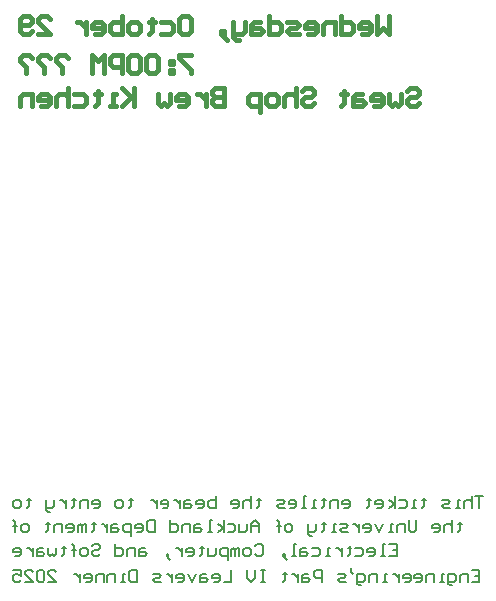
<source format=gbo>
G04*
G04 #@! TF.GenerationSoftware,Altium Limited,Altium Designer,25.8.1 (18)*
G04*
G04 Layer_Color=32896*
%FSLAX25Y25*%
%MOIN*%
G70*
G04*
G04 #@! TF.SameCoordinates,24556F7F-BEDA-4819-8607-D1A4BCCC43C2*
G04*
G04*
G04 #@! TF.FilePolarity,Positive*
G04*
G01*
G75*
%ADD12C,0.00787*%
%ADD58C,0.01575*%
D12*
X167561Y38465D02*
X164937D01*
X166249D01*
Y34529D01*
X163625Y38465D02*
Y34529D01*
Y36497D01*
X162969Y37153D01*
X161657D01*
X161001Y36497D01*
Y34529D01*
X159689D02*
X158378D01*
X159034D01*
Y37153D01*
X159689D01*
X156410Y34529D02*
X154442D01*
X153786Y35185D01*
X154442Y35841D01*
X155754D01*
X156410Y36497D01*
X155754Y37153D01*
X153786D01*
X147882Y37809D02*
Y37153D01*
X148538D01*
X147226D01*
X147882D01*
Y35185D01*
X147226Y34529D01*
X145258D02*
X143947D01*
X144603D01*
Y37153D01*
X145258D01*
X139355D02*
X141323D01*
X141979Y36497D01*
Y35185D01*
X141323Y34529D01*
X139355D01*
X138043D02*
Y38465D01*
Y35841D02*
X136075Y37153D01*
X138043Y35841D02*
X136075Y34529D01*
X132139D02*
X133451D01*
X134107Y35185D01*
Y36497D01*
X133451Y37153D01*
X132139D01*
X131483Y36497D01*
Y35841D01*
X134107D01*
X129516Y37809D02*
Y37153D01*
X130172D01*
X128860D01*
X129516D01*
Y35185D01*
X128860Y34529D01*
X120988D02*
X122300D01*
X122956Y35185D01*
Y36497D01*
X122300Y37153D01*
X120988D01*
X120332Y36497D01*
Y35841D01*
X122956D01*
X119020Y34529D02*
Y37153D01*
X117052D01*
X116396Y36497D01*
Y34529D01*
X114428Y37809D02*
Y37153D01*
X115085D01*
X113773D01*
X114428D01*
Y35185D01*
X113773Y34529D01*
X111805D02*
X110493D01*
X111149D01*
Y37153D01*
X111805D01*
X108525Y34529D02*
X107213D01*
X107869D01*
Y38465D01*
X108525D01*
X103277Y34529D02*
X104589D01*
X105245Y35185D01*
Y36497D01*
X104589Y37153D01*
X103277D01*
X102621Y36497D01*
Y35841D01*
X105245D01*
X101309Y34529D02*
X99341D01*
X98686Y35185D01*
X99341Y35841D01*
X100653D01*
X101309Y36497D01*
X100653Y37153D01*
X98686D01*
X92782Y37809D02*
Y37153D01*
X93438D01*
X92126D01*
X92782D01*
Y35185D01*
X92126Y34529D01*
X90158Y38465D02*
Y34529D01*
Y36497D01*
X89502Y37153D01*
X88190D01*
X87534Y36497D01*
Y34529D01*
X84254D02*
X85566D01*
X86222Y35185D01*
Y36497D01*
X85566Y37153D01*
X84254D01*
X83599Y36497D01*
Y35841D01*
X86222D01*
X78351Y38465D02*
Y34529D01*
X76383D01*
X75727Y35185D01*
Y35841D01*
Y36497D01*
X76383Y37153D01*
X78351D01*
X72447Y34529D02*
X73759D01*
X74415Y35185D01*
Y36497D01*
X73759Y37153D01*
X72447D01*
X71791Y36497D01*
Y35841D01*
X74415D01*
X69823Y37153D02*
X68512D01*
X67856Y36497D01*
Y34529D01*
X69823D01*
X70479Y35185D01*
X69823Y35841D01*
X67856D01*
X66544Y37153D02*
Y34529D01*
Y35841D01*
X65888Y36497D01*
X65232Y37153D01*
X64576D01*
X60640Y34529D02*
X61952D01*
X62608Y35185D01*
Y36497D01*
X61952Y37153D01*
X60640D01*
X59984Y36497D01*
Y35841D01*
X62608D01*
X58672Y37153D02*
Y34529D01*
Y35841D01*
X58016Y36497D01*
X57360Y37153D01*
X56704D01*
X50145Y37809D02*
Y37153D01*
X50801D01*
X49489D01*
X50145D01*
Y35185D01*
X49489Y34529D01*
X46865D02*
X45553D01*
X44897Y35185D01*
Y36497D01*
X45553Y37153D01*
X46865D01*
X47521Y36497D01*
Y35185D01*
X46865Y34529D01*
X37682D02*
X38993D01*
X39650Y35185D01*
Y36497D01*
X38993Y37153D01*
X37682D01*
X37026Y36497D01*
Y35841D01*
X39650D01*
X35714Y34529D02*
Y37153D01*
X33746D01*
X33090Y36497D01*
Y34529D01*
X31122Y37809D02*
Y37153D01*
X31778D01*
X30466D01*
X31122D01*
Y35185D01*
X30466Y34529D01*
X28498Y37153D02*
Y34529D01*
Y35841D01*
X27842Y36497D01*
X27186Y37153D01*
X26530D01*
X24563D02*
Y35185D01*
X23907Y34529D01*
X21939D01*
Y33873D01*
X22595Y33217D01*
X23251D01*
X21939Y34529D02*
Y37153D01*
X16035Y37809D02*
Y37153D01*
X16691D01*
X15379D01*
X16035D01*
Y35185D01*
X15379Y34529D01*
X12755D02*
X11443D01*
X10787Y35185D01*
Y36497D01*
X11443Y37153D01*
X12755D01*
X13411Y36497D01*
Y35185D01*
X12755Y34529D01*
X159689Y29884D02*
Y29228D01*
X160345D01*
X159034D01*
X159689D01*
Y27260D01*
X159034Y26604D01*
X157066Y30540D02*
Y26604D01*
Y28572D01*
X156410Y29228D01*
X155098D01*
X154442Y28572D01*
Y26604D01*
X151162D02*
X152474D01*
X153130Y27260D01*
Y28572D01*
X152474Y29228D01*
X151162D01*
X150506Y28572D01*
Y27916D01*
X153130D01*
X145258Y30540D02*
Y27260D01*
X144603Y26604D01*
X143291D01*
X142635Y27260D01*
Y30540D01*
X141323Y26604D02*
Y29228D01*
X139355D01*
X138699Y28572D01*
Y26604D01*
X137387D02*
X136075D01*
X136731D01*
Y29228D01*
X137387D01*
X134107D02*
X132795Y26604D01*
X131483Y29228D01*
X128204Y26604D02*
X129516D01*
X130172Y27260D01*
Y28572D01*
X129516Y29228D01*
X128204D01*
X127548Y28572D01*
Y27916D01*
X130172D01*
X126236Y29228D02*
Y26604D01*
Y27916D01*
X125580Y28572D01*
X124924Y29228D01*
X124268D01*
X122300Y26604D02*
X120332D01*
X119676Y27260D01*
X120332Y27916D01*
X121644D01*
X122300Y28572D01*
X121644Y29228D01*
X119676D01*
X118364Y26604D02*
X117052D01*
X117708D01*
Y29228D01*
X118364D01*
X114428Y29884D02*
Y29228D01*
X115085D01*
X113773D01*
X114428D01*
Y27260D01*
X113773Y26604D01*
X111805Y29228D02*
Y27260D01*
X111149Y26604D01*
X109181D01*
Y25948D01*
X109837Y25293D01*
X110493D01*
X109181Y26604D02*
Y29228D01*
X103277Y26604D02*
X101965D01*
X101309Y27260D01*
Y28572D01*
X101965Y29228D01*
X103277D01*
X103933Y28572D01*
Y27260D01*
X103277Y26604D01*
X99341D02*
Y29884D01*
Y28572D01*
X99998D01*
X98686D01*
X99341D01*
Y29884D01*
X98686Y30540D01*
X92782Y26604D02*
Y29228D01*
X91470Y30540D01*
X90158Y29228D01*
Y26604D01*
Y28572D01*
X92782D01*
X88846Y29228D02*
Y27260D01*
X88190Y26604D01*
X86222D01*
Y29228D01*
X82287D02*
X84254D01*
X84911Y28572D01*
Y27260D01*
X84254Y26604D01*
X82287D01*
X80975D02*
Y30540D01*
Y27916D02*
X79007Y29228D01*
X80975Y27916D02*
X79007Y26604D01*
X77039D02*
X75727D01*
X76383D01*
Y30540D01*
X77039D01*
X73103Y29228D02*
X71791D01*
X71135Y28572D01*
Y26604D01*
X73103D01*
X73759Y27260D01*
X73103Y27916D01*
X71135D01*
X69823Y26604D02*
Y29228D01*
X67856D01*
X67200Y28572D01*
Y26604D01*
X63264Y30540D02*
Y26604D01*
X65232D01*
X65888Y27260D01*
Y28572D01*
X65232Y29228D01*
X63264D01*
X58016Y30540D02*
Y26604D01*
X56048D01*
X55392Y27260D01*
Y29884D01*
X56048Y30540D01*
X58016D01*
X52113Y26604D02*
X53425D01*
X54080Y27260D01*
Y28572D01*
X53425Y29228D01*
X52113D01*
X51457Y28572D01*
Y27916D01*
X54080D01*
X50145Y25293D02*
Y29228D01*
X48177D01*
X47521Y28572D01*
Y27260D01*
X48177Y26604D01*
X50145D01*
X45553Y29228D02*
X44241D01*
X43585Y28572D01*
Y26604D01*
X45553D01*
X46209Y27260D01*
X45553Y27916D01*
X43585D01*
X42273Y29228D02*
Y26604D01*
Y27916D01*
X41617Y28572D01*
X40961Y29228D01*
X40305D01*
X37682Y29884D02*
Y29228D01*
X38338D01*
X37026D01*
X37682D01*
Y27260D01*
X37026Y26604D01*
X35058D02*
Y29228D01*
X34402D01*
X33746Y28572D01*
Y26604D01*
Y28572D01*
X33090Y29228D01*
X32434Y28572D01*
Y26604D01*
X29154D02*
X30466D01*
X31122Y27260D01*
Y28572D01*
X30466Y29228D01*
X29154D01*
X28498Y28572D01*
Y27916D01*
X31122D01*
X27186Y26604D02*
Y29228D01*
X25218D01*
X24563Y28572D01*
Y26604D01*
X22595Y29884D02*
Y29228D01*
X23251D01*
X21939D01*
X22595D01*
Y27260D01*
X21939Y26604D01*
X15379D02*
X14067D01*
X13411Y27260D01*
Y28572D01*
X14067Y29228D01*
X15379D01*
X16035Y28572D01*
Y27260D01*
X15379Y26604D01*
X11443D02*
Y29884D01*
Y28572D01*
X12099D01*
X10787D01*
X11443D01*
Y29884D01*
X10787Y30540D01*
X136075Y22616D02*
X138699D01*
Y18680D01*
X136075D01*
X138699Y20648D02*
X137387D01*
X134763Y18680D02*
X133451D01*
X134107D01*
Y22616D01*
X134763D01*
X129516Y18680D02*
X130827D01*
X131483Y19336D01*
Y20648D01*
X130827Y21304D01*
X129516D01*
X128860Y20648D01*
Y19992D01*
X131483D01*
X124924Y21304D02*
X126892D01*
X127548Y20648D01*
Y19336D01*
X126892Y18680D01*
X124924D01*
X122956Y21960D02*
Y21304D01*
X123612D01*
X122300D01*
X122956D01*
Y19336D01*
X122300Y18680D01*
X120332Y21304D02*
Y18680D01*
Y19992D01*
X119676Y20648D01*
X119020Y21304D01*
X118364D01*
X116396Y18680D02*
X115085D01*
X115740D01*
Y21304D01*
X116396D01*
X110493D02*
X112461D01*
X113117Y20648D01*
Y19336D01*
X112461Y18680D01*
X110493D01*
X108525Y21304D02*
X107213D01*
X106557Y20648D01*
Y18680D01*
X108525D01*
X109181Y19336D01*
X108525Y19992D01*
X106557D01*
X105245Y18680D02*
X103933D01*
X104589D01*
Y22616D01*
X105245D01*
X101309Y18024D02*
X100653Y18680D01*
Y19336D01*
X101309D01*
Y18680D01*
X100653D01*
X101309Y18024D01*
X101965Y17368D01*
X91470Y21960D02*
X92126Y22616D01*
X93438D01*
X94094Y21960D01*
Y19336D01*
X93438Y18680D01*
X92126D01*
X91470Y19336D01*
X89502Y18680D02*
X88190D01*
X87534Y19336D01*
Y20648D01*
X88190Y21304D01*
X89502D01*
X90158Y20648D01*
Y19336D01*
X89502Y18680D01*
X86222D02*
Y21304D01*
X85566D01*
X84911Y20648D01*
Y18680D01*
Y20648D01*
X84254Y21304D01*
X83599Y20648D01*
Y18680D01*
X82287Y17368D02*
Y21304D01*
X80319D01*
X79663Y20648D01*
Y19336D01*
X80319Y18680D01*
X82287D01*
X78351Y21304D02*
Y19336D01*
X77695Y18680D01*
X75727D01*
Y21304D01*
X73759Y21960D02*
Y21304D01*
X74415D01*
X73103D01*
X73759D01*
Y19336D01*
X73103Y18680D01*
X69168D02*
X70479D01*
X71135Y19336D01*
Y20648D01*
X70479Y21304D01*
X69168D01*
X68512Y20648D01*
Y19992D01*
X71135D01*
X67200Y21304D02*
Y18680D01*
Y19992D01*
X66544Y20648D01*
X65888Y21304D01*
X65232D01*
X62608Y18024D02*
X61952Y18680D01*
Y19336D01*
X62608D01*
Y18680D01*
X61952D01*
X62608Y18024D01*
X63264Y17368D01*
X54737Y21304D02*
X53425D01*
X52769Y20648D01*
Y18680D01*
X54737D01*
X55392Y19336D01*
X54737Y19992D01*
X52769D01*
X51457Y18680D02*
Y21304D01*
X49489D01*
X48833Y20648D01*
Y18680D01*
X44897Y22616D02*
Y18680D01*
X46865D01*
X47521Y19336D01*
Y20648D01*
X46865Y21304D01*
X44897D01*
X37026Y21960D02*
X37682Y22616D01*
X38993D01*
X39650Y21960D01*
Y21304D01*
X38993Y20648D01*
X37682D01*
X37026Y19992D01*
Y19336D01*
X37682Y18680D01*
X38993D01*
X39650Y19336D01*
X35058Y18680D02*
X33746D01*
X33090Y19336D01*
Y20648D01*
X33746Y21304D01*
X35058D01*
X35714Y20648D01*
Y19336D01*
X35058Y18680D01*
X31122D02*
Y21960D01*
Y20648D01*
X31778D01*
X30466D01*
X31122D01*
Y21960D01*
X30466Y22616D01*
X27842Y21960D02*
Y21304D01*
X28498D01*
X27186D01*
X27842D01*
Y19336D01*
X27186Y18680D01*
X25218Y21304D02*
Y19336D01*
X24563Y18680D01*
X23907Y19336D01*
X23251Y18680D01*
X22595Y19336D01*
Y21304D01*
X20627D02*
X19315D01*
X18659Y20648D01*
Y18680D01*
X20627D01*
X21283Y19336D01*
X20627Y19992D01*
X18659D01*
X17347Y21304D02*
Y18680D01*
Y19992D01*
X16691Y20648D01*
X16035Y21304D01*
X15379D01*
X11443Y18680D02*
X12755D01*
X13411Y19336D01*
Y20648D01*
X12755Y21304D01*
X11443D01*
X10787Y20648D01*
Y19992D01*
X13411D01*
X163625Y14035D02*
X166249D01*
Y10099D01*
X163625D01*
X166249Y12067D02*
X164937D01*
X162313Y10099D02*
Y12723D01*
X160345D01*
X159689Y12067D01*
Y10099D01*
X157066Y8787D02*
X156410D01*
X155754Y9443D01*
Y12723D01*
X157722D01*
X158378Y12067D01*
Y10755D01*
X157722Y10099D01*
X155754D01*
X154442D02*
X153130D01*
X153786D01*
Y12723D01*
X154442D01*
X151162Y10099D02*
Y12723D01*
X149194D01*
X148538Y12067D01*
Y10099D01*
X145258D02*
X146570D01*
X147226Y10755D01*
Y12067D01*
X146570Y12723D01*
X145258D01*
X144603Y12067D01*
Y11411D01*
X147226D01*
X141323Y10099D02*
X142635D01*
X143291Y10755D01*
Y12067D01*
X142635Y12723D01*
X141323D01*
X140667Y12067D01*
Y11411D01*
X143291D01*
X139355Y12723D02*
Y10099D01*
Y11411D01*
X138699Y12067D01*
X138043Y12723D01*
X137387D01*
X135419Y10099D02*
X134107D01*
X134763D01*
Y12723D01*
X135419D01*
X132139Y10099D02*
Y12723D01*
X130172D01*
X129516Y12067D01*
Y10099D01*
X126892Y8787D02*
X126236D01*
X125580Y9443D01*
Y12723D01*
X127548D01*
X128204Y12067D01*
Y10755D01*
X127548Y10099D01*
X125580D01*
X123612Y14691D02*
Y13379D01*
X124268Y12723D01*
X121644Y10099D02*
X119676D01*
X119020Y10755D01*
X119676Y11411D01*
X120988D01*
X121644Y12067D01*
X120988Y12723D01*
X119020D01*
X113773Y10099D02*
Y14035D01*
X111805D01*
X111149Y13379D01*
Y12067D01*
X111805Y11411D01*
X113773D01*
X109181Y12723D02*
X107869D01*
X107213Y12067D01*
Y10099D01*
X109181D01*
X109837Y10755D01*
X109181Y11411D01*
X107213D01*
X105901Y12723D02*
Y10099D01*
Y11411D01*
X105245Y12067D01*
X104589Y12723D01*
X103933D01*
X101309Y13379D02*
Y12723D01*
X101965D01*
X100653D01*
X101309D01*
Y10755D01*
X100653Y10099D01*
X94750Y14035D02*
X93438D01*
X94094D01*
Y10099D01*
X94750D01*
X93438D01*
X91470Y14035D02*
Y11411D01*
X90158Y10099D01*
X88846Y11411D01*
Y14035D01*
X83599D02*
Y10099D01*
X80975D01*
X77695D02*
X79007D01*
X79663Y10755D01*
Y12067D01*
X79007Y12723D01*
X77695D01*
X77039Y12067D01*
Y11411D01*
X79663D01*
X75071Y12723D02*
X73759D01*
X73103Y12067D01*
Y10099D01*
X75071D01*
X75727Y10755D01*
X75071Y11411D01*
X73103D01*
X71791Y12723D02*
X70479Y10099D01*
X69168Y12723D01*
X65888Y10099D02*
X67200D01*
X67856Y10755D01*
Y12067D01*
X67200Y12723D01*
X65888D01*
X65232Y12067D01*
Y11411D01*
X67856D01*
X63920Y12723D02*
Y10099D01*
Y11411D01*
X63264Y12067D01*
X62608Y12723D01*
X61952D01*
X59984Y10099D02*
X58016D01*
X57360Y10755D01*
X58016Y11411D01*
X59328D01*
X59984Y12067D01*
X59328Y12723D01*
X57360D01*
X52113Y14035D02*
Y10099D01*
X50145D01*
X49489Y10755D01*
Y13379D01*
X50145Y14035D01*
X52113D01*
X48177Y10099D02*
X46865D01*
X47521D01*
Y12723D01*
X48177D01*
X44897Y10099D02*
Y12723D01*
X42929D01*
X42273Y12067D01*
Y10099D01*
X40961D02*
Y12723D01*
X38993D01*
X38338Y12067D01*
Y10099D01*
X35058D02*
X36370D01*
X37026Y10755D01*
Y12067D01*
X36370Y12723D01*
X35058D01*
X34402Y12067D01*
Y11411D01*
X37026D01*
X33090Y12723D02*
Y10099D01*
Y11411D01*
X32434Y12067D01*
X31778Y12723D01*
X31122D01*
X22595Y10099D02*
X25218D01*
X22595Y12723D01*
Y13379D01*
X23251Y14035D01*
X24563D01*
X25218Y13379D01*
X21283D02*
X20627Y14035D01*
X19315D01*
X18659Y13379D01*
Y10755D01*
X19315Y10099D01*
X20627D01*
X21283Y10755D01*
Y13379D01*
X14723Y10099D02*
X17347D01*
X14723Y12723D01*
Y13379D01*
X15379Y14035D01*
X16691D01*
X17347Y13379D01*
X10787Y14035D02*
X13411D01*
Y12067D01*
X12099Y12723D01*
X11443D01*
X10787Y12067D01*
Y10755D01*
X11443Y10099D01*
X12755D01*
X13411Y10755D01*
D58*
X136035Y198526D02*
Y192528D01*
X134036Y194527D01*
X132036Y192528D01*
Y198526D01*
X127038Y192528D02*
X129037D01*
X130037Y193528D01*
Y195527D01*
X129037Y196527D01*
X127038D01*
X126038Y195527D01*
Y194527D01*
X130037D01*
X120040Y198526D02*
Y192528D01*
X123039D01*
X124039Y193528D01*
Y195527D01*
X123039Y196527D01*
X120040D01*
X118041Y192528D02*
Y196527D01*
X115042D01*
X114042Y195527D01*
Y192528D01*
X109044D02*
X111043D01*
X112043Y193528D01*
Y195527D01*
X111043Y196527D01*
X109044D01*
X108044Y195527D01*
Y194527D01*
X112043D01*
X106045Y192528D02*
X103046D01*
X102046Y193528D01*
X103046Y194527D01*
X105045D01*
X106045Y195527D01*
X105045Y196527D01*
X102046D01*
X96048Y198526D02*
Y192528D01*
X99047D01*
X100047Y193528D01*
Y195527D01*
X99047Y196527D01*
X96048D01*
X93049D02*
X91050D01*
X90050Y195527D01*
Y192528D01*
X93049D01*
X94049Y193528D01*
X93049Y194527D01*
X90050D01*
X88051Y196527D02*
Y193528D01*
X87051Y192528D01*
X84052D01*
Y191528D01*
X85052Y190529D01*
X86051D01*
X84052Y192528D02*
Y196527D01*
X81053Y191528D02*
X80053Y192528D01*
Y193528D01*
X81053D01*
Y192528D01*
X80053D01*
X81053Y191528D01*
X82052Y190529D01*
X67057Y198526D02*
X69057D01*
X70056Y197526D01*
Y193528D01*
X69057Y192528D01*
X67057D01*
X66058Y193528D01*
Y197526D01*
X67057Y198526D01*
X60060Y196527D02*
X63059D01*
X64058Y195527D01*
Y193528D01*
X63059Y192528D01*
X60060D01*
X57061Y197526D02*
Y196527D01*
X58060D01*
X56061D01*
X57061D01*
Y193528D01*
X56061Y192528D01*
X52062D02*
X50063D01*
X49063Y193528D01*
Y195527D01*
X50063Y196527D01*
X52062D01*
X53062Y195527D01*
Y193528D01*
X52062Y192528D01*
X47064Y198526D02*
Y192528D01*
X44065D01*
X43065Y193528D01*
Y194527D01*
Y195527D01*
X44065Y196527D01*
X47064D01*
X38067Y192528D02*
X40066D01*
X41066Y193528D01*
Y195527D01*
X40066Y196527D01*
X38067D01*
X37067Y195527D01*
Y194527D01*
X41066D01*
X35068Y196527D02*
Y192528D01*
Y194527D01*
X34068Y195527D01*
X33068Y196527D01*
X32069D01*
X19073Y192528D02*
X23072D01*
X19073Y196527D01*
Y197526D01*
X20073Y198526D01*
X22072D01*
X23072Y197526D01*
X17074Y193528D02*
X16074Y192528D01*
X14074D01*
X13075Y193528D01*
Y197526D01*
X14074Y198526D01*
X16074D01*
X17074Y197526D01*
Y196527D01*
X16074Y195527D01*
X13075D01*
X70056Y185549D02*
X66058D01*
Y184550D01*
X70056Y180551D01*
Y179551D01*
X64058Y183550D02*
X63059D01*
Y182550D01*
X64058D01*
Y183550D01*
Y180551D02*
X63059D01*
Y179551D01*
X64058D01*
Y180551D01*
X59060Y184550D02*
X58060Y185549D01*
X56061D01*
X55061Y184550D01*
Y180551D01*
X56061Y179551D01*
X58060D01*
X59060Y180551D01*
Y184550D01*
X53062D02*
X52062Y185549D01*
X50063D01*
X49063Y184550D01*
Y180551D01*
X50063Y179551D01*
X52062D01*
X53062Y180551D01*
Y184550D01*
X47064Y179551D02*
Y185549D01*
X44065D01*
X43065Y184550D01*
Y182550D01*
X44065Y181551D01*
X47064D01*
X41066Y179551D02*
Y185549D01*
X39066Y183550D01*
X37067Y185549D01*
Y179551D01*
X29070Y184550D02*
X28070Y185549D01*
X26071D01*
X25071Y184550D01*
Y183550D01*
X27070Y181551D01*
Y180551D02*
Y179551D01*
X23072Y184550D02*
X22072Y185549D01*
X20073D01*
X19073Y184550D01*
Y183550D01*
X21072Y181551D01*
Y180551D02*
Y179551D01*
X17074Y184550D02*
X16074Y185549D01*
X14074D01*
X13075Y184550D01*
Y183550D01*
X15074Y181551D01*
Y180551D02*
Y179551D01*
X142033Y173573D02*
X143033Y174572D01*
X145032D01*
X146032Y173573D01*
Y172573D01*
X145032Y171573D01*
X143033D01*
X142033Y170573D01*
Y169574D01*
X143033Y168574D01*
X145032D01*
X146032Y169574D01*
X140034Y172573D02*
Y169574D01*
X139034Y168574D01*
X138034Y169574D01*
X137035Y168574D01*
X136035Y169574D01*
Y172573D01*
X131037Y168574D02*
X133036D01*
X134036Y169574D01*
Y171573D01*
X133036Y172573D01*
X131037D01*
X130037Y171573D01*
Y170573D01*
X134036D01*
X127038Y172573D02*
X125039D01*
X124039Y171573D01*
Y168574D01*
X127038D01*
X128038Y169574D01*
X127038Y170573D01*
X124039D01*
X121040Y173573D02*
Y172573D01*
X122040D01*
X120040D01*
X121040D01*
Y169574D01*
X120040Y168574D01*
X107044Y173573D02*
X108044Y174572D01*
X110043D01*
X111043Y173573D01*
Y172573D01*
X110043Y171573D01*
X108044D01*
X107044Y170573D01*
Y169574D01*
X108044Y168574D01*
X110043D01*
X111043Y169574D01*
X105045Y174572D02*
Y168574D01*
Y171573D01*
X104045Y172573D01*
X102046D01*
X101046Y171573D01*
Y168574D01*
X98047D02*
X96048D01*
X95048Y169574D01*
Y171573D01*
X96048Y172573D01*
X98047D01*
X99047Y171573D01*
Y169574D01*
X98047Y168574D01*
X93049Y166575D02*
Y172573D01*
X90050D01*
X89050Y171573D01*
Y169574D01*
X90050Y168574D01*
X93049D01*
X81053Y174572D02*
Y168574D01*
X78054D01*
X77054Y169574D01*
Y170573D01*
X78054Y171573D01*
X81053D01*
X78054D01*
X77054Y172573D01*
Y173573D01*
X78054Y174572D01*
X81053D01*
X75055Y172573D02*
Y168574D01*
Y170573D01*
X74055Y171573D01*
X73055Y172573D01*
X72056D01*
X66058Y168574D02*
X68057D01*
X69057Y169574D01*
Y171573D01*
X68057Y172573D01*
X66058D01*
X65058Y171573D01*
Y170573D01*
X69057D01*
X63059Y172573D02*
Y169574D01*
X62059Y168574D01*
X61059Y169574D01*
X60060Y168574D01*
X59060Y169574D01*
Y172573D01*
X51063Y174572D02*
Y168574D01*
Y170573D01*
X47064Y174572D01*
X50063Y171573D01*
X47064Y168574D01*
X45064D02*
X43065D01*
X44065D01*
Y172573D01*
X45064D01*
X39066Y173573D02*
Y172573D01*
X40066D01*
X38067D01*
X39066D01*
Y169574D01*
X38067Y168574D01*
X31069Y172573D02*
X34068D01*
X35068Y171573D01*
Y169574D01*
X34068Y168574D01*
X31069D01*
X29070Y174572D02*
Y168574D01*
Y171573D01*
X28070Y172573D01*
X26071D01*
X25071Y171573D01*
Y168574D01*
X20073D02*
X22072D01*
X23072Y169574D01*
Y171573D01*
X22072Y172573D01*
X20073D01*
X19073Y171573D01*
Y170573D01*
X23072D01*
X17074Y168574D02*
Y172573D01*
X14074D01*
X13075Y171573D01*
Y168574D01*
M02*

</source>
